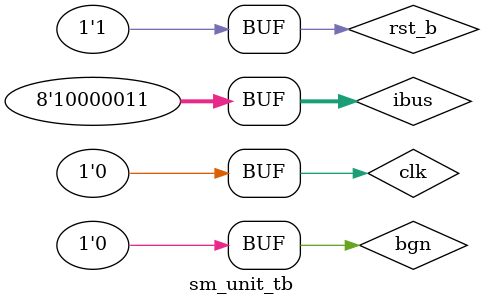
<source format=v>
module sm_unit (
    input wire clk,           // Semnal de ceas
    input wire rst_b,        // Semnal de reset asincron
    input wire bgn,          // Semnal de început
    input wire [7:0] ibus,   // Intrarea num?r
    output reg fin,          // Semnal de finalizare
    output reg [7:0] obus    // Ie?irea rezultat
);
    // Variabile interne
    reg [7:0] A, Q;          // Registrul A ?i Q
    reg [3:0] cnt;           // Contor pentru num?rul de itera?ii
    reg [7:0] product;       // Variabil? pentru produs

    always @(posedge clk or negedge rst_b) begin
        if (!rst_b) begin
            A <= 8'b0;           // Reset registrul A
            Q <= 8'b0;           // Reset registrul Q
            product <= 8'b0;     // Reset produs
            fin <= 0;            // Reset semnal finalizare
            cnt <= 4'b0;         // Reset contor
        end else if (bgn) begin
            // Începem procesul de multiplicare
            A <= ibus;            // Înc?rc?m A cu valoarea de intrare
            Q <= ibus;            // Înc?rc?m Q cu valoarea de intrare
            product <= 8'b0;      // Reset?m produsul
            cnt <= 4'b0;          // Reset?m contorul
            fin <= 0;             // Reset semnal finalizare
        end else begin
            // Procesul de multiplicare
            if (cnt < 4'd8) begin
                // Logica de multiplicare secven?ial?
                if (Q[0] == 1) begin
                    product <= product + A; // Adun?m A la produs
                end
                // Shift la dreapta Q
                Q <= {product[0], Q[7:1]};
                product <= {1'b0, product[7:1]}; // Shift la dreapta produs
                cnt <= cnt + 1;  // Increment?m contorul
            end else begin
                obus <= product;  // Scriem produsul în ie?ire
                fin <= 1;         // Semnaliz?m finalizarea
            end
        end
    end
endmodule

module sm_unit_tb;
    reg clk;               // Semnal de ceas
    reg rst_b;            // Semnal de reset
    reg bgn;              // Semnal de început
    reg [7:0] ibus;       // Intrarea num?r
    wire fin;            // Semnal de finalizare
    wire [7:0] obus;     // Ie?irea rezultat

    // Instan?ierea modulului sm_unit
    sm_unit test (
        .clk(clk),
        .rst_b(rst_b),
        .bgn(bgn),
        .ibus(ibus),
        .fin(fin),
        .obus(obus)
    );

    localparam CLK_PERIOD = 100;         // Perioada ceasului
    localparam CLK_CYCLES = 17;          // Num?rul de cicluri de ceas
    localparam RST_PULSE = 25;           // Puls de reset
    localparam X = 8'b10010111;          // -23 * 2^(-7)
    localparam Y = 8'b10000011;          // -3 * 2^(-7)

    initial begin
        clk = 1'b0;
        repeat (CLK_CYCLES * 2) #(CLK_PERIOD / 2) clk = ~clk; // Generare semnal ceas
    end

    initial begin
        rst_b = 1'b0; 
        #(RST_PULSE);
        rst_b = 1'b1; // Activ?m resetul
    end

    initial begin
        bgn = 1'b1; 
        #200; 
        bgn = 1'b0; // Activ?m semnalul de început
    end

    initial begin
        ibus = 8'b0; 
        #100; 
        ibus = X;  // Introducem primul num?r
        #100; 
        ibus = Y;  // Introducem al doilea num?r
    end

    initial begin
        $monitor("Time: %0t | obus = %b | fin = %b", $time, obus, fin);
    end
endmodule

</source>
